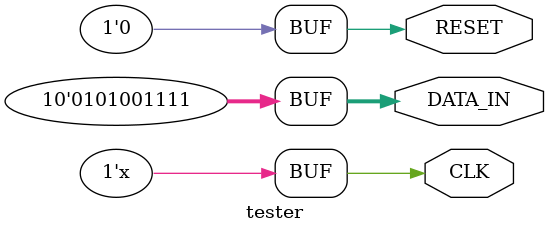
<source format=v>

module tester
  (
   output reg [9:0] DATA_IN,
   output reg 	    CLK,
   output reg 	    RESET
   );

   initial
     begin
	CLK = 1;
	RESET = 0;
	#3 RESET = 1;
	#3 RESET = 0;
	#20 DATA_IN = 10'b0010010101;
	#20 DATA_IN = 10'b0010101000;
	#20 DATA_IN = 10'b1100111001;
	#20 DATA_IN = 10'b0101001111;
	#20 DATA_IN = 10'b1010100110;
	#20 DATA_IN = 10'b1100111001;
	#20 DATA_IN = 10'b0010101000;
	#20 DATA_IN = 10'b1100111001;
	#20 DATA_IN = 10'b0101001111;
     end

   always
     begin
	#1 CLK = ~CLK;
     end

endmodule

</source>
